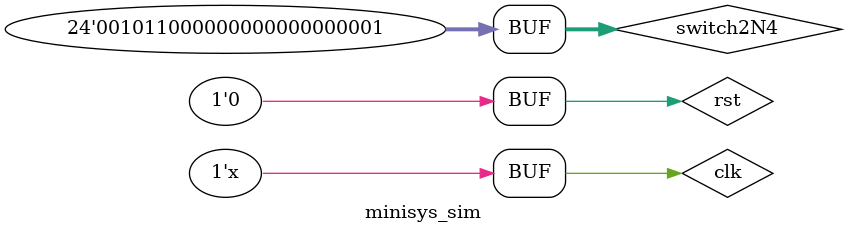
<source format=v>
`timescale 1ns / 1ps


module minisys_sim(
    );
    // input
    reg clk = 0;
    reg rst = 1;
    reg[23:0] switch2N4 = 24'b001011000000000000000001;
//    reg[23:0] switch2N4 = 24'b001011111111111111111111;
    //output
    wire[23:0] led2N4;
    
    minisys u (.clk(clk),
        .rst(rst),
        .led2N4(led2N4),
        .switch2N4(switch2N4)
            );
            
    initial begin
        #7000 rst = 0;
    end
    always #10 clk=~clk;
        
endmodule

</source>
